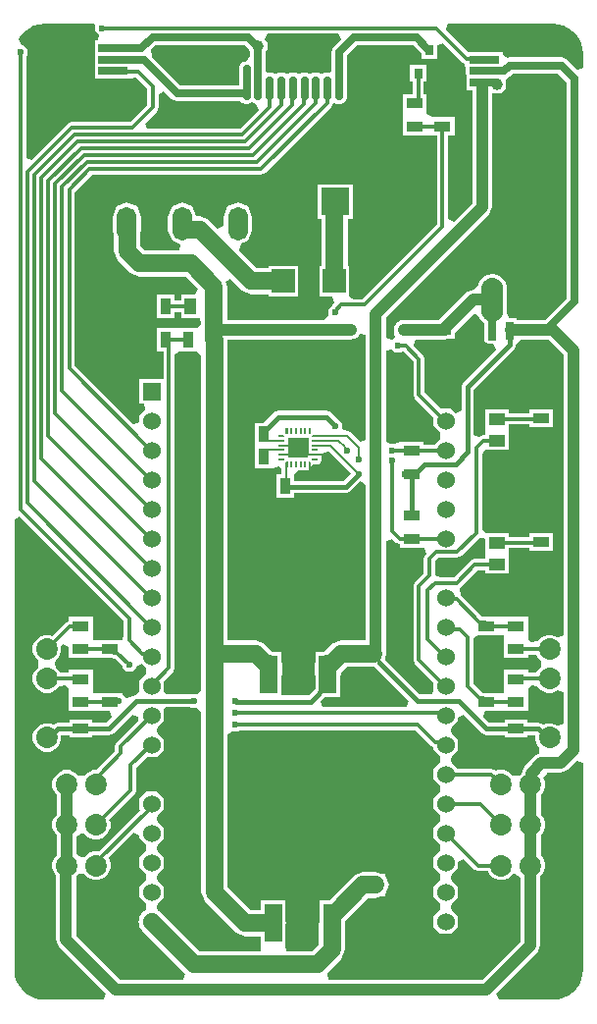
<source format=gtl>
G04*
G04 #@! TF.GenerationSoftware,Altium Limited,Altium Designer,24.9.1 (31)*
G04*
G04 Layer_Physical_Order=1*
G04 Layer_Color=255*
%FSLAX44Y44*%
%MOMM*%
G71*
G04*
G04 #@! TF.SameCoordinates,D009CFA8-F13D-4BBB-A5DC-F2666AB139C3*
G04*
G04*
G04 #@! TF.FilePolarity,Positive*
G04*
G01*
G75*
%ADD10C,0.4000*%
%ADD11C,0.2000*%
%ADD20R,2.0000X2.0000*%
%ADD21R,1.4500X0.9500*%
%ADD22R,0.9600X1.3900*%
%ADD23R,2.5000X0.7000*%
%ADD24R,4.3000X2.5000*%
G04:AMPARAMS|DCode=25|XSize=2.601mm|YSize=2.9997mm|CornerRadius=0.6372mm|HoleSize=0mm|Usage=FLASHONLY|Rotation=180.000|XOffset=0mm|YOffset=0mm|HoleType=Round|Shape=RoundedRectangle|*
%AMROUNDEDRECTD25*
21,1,2.6010,1.7253,0,0,180.0*
21,1,1.3265,2.9997,0,0,180.0*
1,1,1.2745,-0.6632,0.8626*
1,1,1.2745,0.6632,0.8626*
1,1,1.2745,0.6632,-0.8626*
1,1,1.2745,-0.6632,-0.8626*
%
%ADD25ROUNDEDRECTD25*%
G04:AMPARAMS|DCode=26|XSize=0.65mm|YSize=2.032mm|CornerRadius=0.1593mm|HoleSize=0mm|Usage=FLASHONLY|Rotation=180.000|XOffset=0mm|YOffset=0mm|HoleType=Round|Shape=RoundedRectangle|*
%AMROUNDEDRECTD26*
21,1,0.6500,1.7135,0,0,180.0*
21,1,0.3315,2.0320,0,0,180.0*
1,1,0.3185,-0.1658,0.8568*
1,1,0.3185,0.1658,0.8568*
1,1,0.3185,0.1658,-0.8568*
1,1,0.3185,-0.1658,-0.8568*
%
%ADD26ROUNDEDRECTD26*%
%ADD27R,1.5110X3.3000*%
%ADD28R,10.1220X10.0200*%
%ADD29O,1.1400X3.2261*%
%ADD30R,0.6720X1.5750*%
%ADD31R,1.3900X0.9600*%
%ADD32R,1.4000X1.0000*%
%ADD33R,1.0000X1.4000*%
%ADD34R,0.9500X1.4500*%
%ADD35O,0.3033X0.1200*%
%ADD36O,0.1200X0.3033*%
%ADD37O,0.1200X0.3034*%
%ADD38O,0.1200X0.3033*%
%ADD39O,0.3033X0.1200*%
%ADD40O,0.3033X0.1200*%
%ADD41O,0.3033X0.1200*%
%ADD42O,0.1200X0.3033*%
%ADD43R,0.8000X0.9000*%
%ADD79R,1.7000X1.7000*%
%ADD80R,0.5050X0.2000*%
%ADD81R,0.2000X0.5050*%
%ADD82C,1.5000*%
%ADD83C,1.0000*%
%ADD84C,0.3000*%
%ADD85C,0.6500*%
%ADD86C,0.7000*%
%ADD87C,0.5000*%
%ADD88R,1.5300X1.5300*%
%ADD89C,1.5300*%
%ADD90O,1.7000X2.9000*%
%ADD91R,2.4000X2.4000*%
%ADD92C,2.4000*%
%ADD93C,1.8600*%
%ADD94C,0.6000*%
%ADD95C,1.0000*%
G36*
X391816Y812346D02*
X392332Y812132D01*
X394500Y807735D01*
Y802765D01*
X395003Y802262D01*
Y788496D01*
X400162D01*
Y691291D01*
X384141Y675269D01*
X379141Y677341D01*
Y749703D01*
X384520D01*
Y765203D01*
X365390D01*
X360390Y768510D01*
Y769703D01*
X360390Y770203D01*
Y785203D01*
X358211D01*
Y795673D01*
X360340D01*
Y810673D01*
X346340D01*
Y795673D01*
X348470D01*
Y785203D01*
X339890D01*
Y770203D01*
X339890Y769703D01*
Y765203D01*
X339890Y764703D01*
Y749703D01*
X360390D01*
Y749703D01*
X364020D01*
Y749703D01*
X369399D01*
Y672950D01*
X304943Y608494D01*
X297685D01*
X293699Y610943D01*
X293699Y613494D01*
Y636943D01*
X292495D01*
Y677523D01*
X296560D01*
Y707523D01*
X266560D01*
Y677523D01*
X269765D01*
Y636943D01*
X267699D01*
Y610943D01*
X279091D01*
X281088Y606004D01*
X279075Y603273D01*
X275560Y599758D01*
Y594788D01*
X272585Y590692D01*
X188375D01*
Y619280D01*
X186739Y623231D01*
X190978Y626063D01*
X201134Y615906D01*
X209170Y612578D01*
X223701D01*
Y610943D01*
X249701D01*
Y636943D01*
X223701D01*
Y635308D01*
X213878D01*
X198780Y650406D01*
X200133Y656124D01*
X206282Y658671D01*
X209927Y667473D01*
Y679473D01*
X206282Y688275D01*
X197480Y691920D01*
X188678Y688275D01*
X185032Y679473D01*
Y671224D01*
X180033Y669153D01*
X172517Y676669D01*
X164480Y679998D01*
X161710D01*
X158282Y688275D01*
X149480Y691920D01*
X140679Y688275D01*
X137033Y679473D01*
Y667473D01*
X140679Y658671D01*
X148219Y655548D01*
X147224Y650548D01*
X117358D01*
X113228Y654677D01*
Y665784D01*
X113928Y667473D01*
Y679473D01*
X110282Y688275D01*
X101481Y691920D01*
X92679Y688275D01*
X89033Y679473D01*
Y667473D01*
X90498Y663936D01*
Y649970D01*
X93827Y641934D01*
X104614Y631147D01*
X112650Y627818D01*
X152400D01*
X162864Y617353D01*
X160793Y612353D01*
X148490D01*
Y607224D01*
X143100D01*
Y612603D01*
X127600D01*
Y592103D01*
X143100D01*
Y597482D01*
X148490D01*
Y592353D01*
X160645D01*
X164490Y592353D01*
X165645Y587831D01*
Y587078D01*
X162470Y583393D01*
X146970D01*
Y583393D01*
X143100D01*
Y583393D01*
X127600D01*
Y562893D01*
X133180D01*
Y539523D01*
X112350D01*
Y518223D01*
X116416D01*
X117689Y513223D01*
X112350Y507884D01*
Y502303D01*
X107350Y500231D01*
X56651Y550930D01*
Y700755D01*
X71488Y715592D01*
X217628D01*
X221072Y717019D01*
X278064Y774012D01*
X279491Y777456D01*
X283342Y776775D01*
X286658D01*
X290173Y778230D01*
X291628Y781745D01*
Y798880D01*
X291385Y799467D01*
Y818511D01*
X300499Y827625D01*
X348821D01*
X355840Y820606D01*
Y815673D01*
X369840D01*
Y827250D01*
X374840Y829322D01*
X391816Y812346D01*
D02*
G37*
G36*
X474455Y845267D02*
X478774Y844110D01*
X482827Y842220D01*
X486490Y839655D01*
X489652Y836493D01*
X492217Y832830D01*
X494107Y828777D01*
X495264Y824457D01*
X495671Y819814D01*
Y808350D01*
X490671Y806279D01*
X481975Y814975D01*
X477000Y817036D01*
X477000Y817036D01*
X432138D01*
X432138Y817036D01*
X431003Y816565D01*
X426389Y819267D01*
X426003Y819906D01*
Y821498D01*
X396440D01*
X377265Y840673D01*
X379336Y845673D01*
X469811D01*
X474455Y845267D01*
D02*
G37*
G36*
X286390Y832650D02*
X279837Y826096D01*
X277855Y821313D01*
Y804652D01*
X276658Y803851D01*
X273342D01*
X270000Y802467D01*
X266658Y803851D01*
X263342D01*
X260000Y802467D01*
X256658Y803851D01*
X253342D01*
X250000Y802467D01*
X246658Y803851D01*
X243342D01*
X240000Y802467D01*
X236658Y803851D01*
X233342D01*
X230000Y802467D01*
X226658Y803851D01*
X223342D01*
X221765Y804905D01*
Y822167D01*
X223000Y823402D01*
Y830030D01*
X220760Y832269D01*
X222832Y837269D01*
X284477D01*
X286390Y832650D01*
D02*
G37*
G36*
X207000Y824202D02*
Y823402D01*
X208235Y822167D01*
Y818020D01*
X205000Y813948D01*
X203153Y813183D01*
X202515D01*
X202063Y812732D01*
X200216Y811967D01*
X199452Y810120D01*
X199000Y809668D01*
Y809030D01*
X198235Y807183D01*
Y792765D01*
X147712D01*
X123265Y817212D01*
X122783Y823802D01*
X126606Y827625D01*
X203577D01*
X207000Y824202D01*
D02*
G37*
G36*
X140126Y781216D02*
X144910Y779235D01*
X199411D01*
X199827Y778230D01*
X203342Y776775D01*
X206658D01*
X210000Y778159D01*
X213342Y776775D01*
X213423D01*
X215494Y771775D01*
X199053Y755334D01*
X119032D01*
X117119Y759953D01*
X127396Y770230D01*
X128823Y773675D01*
Y785449D01*
X133823Y787520D01*
X140126Y781216D01*
D02*
G37*
G36*
X74140Y844625D02*
Y839655D01*
X77290Y836504D01*
X76775Y831504D01*
X73997D01*
Y818504D01*
Y808504D01*
Y798502D01*
X104997D01*
Y798502D01*
X109997Y799292D01*
X119081Y790209D01*
Y775692D01*
X104723Y761334D01*
X54210D01*
X50766Y759907D01*
X19270Y728412D01*
X14651Y730325D01*
Y817696D01*
X16160Y819205D01*
Y824175D01*
X12645Y827690D01*
X10904D01*
X7718Y832690D01*
X7783Y832830D01*
X10348Y836493D01*
X13510Y839655D01*
X17173Y842220D01*
X21226Y844110D01*
X25545Y845267D01*
X30189Y845673D01*
X73706D01*
X74140Y844625D01*
D02*
G37*
G36*
X481535Y795516D02*
Y609077D01*
X462942Y590485D01*
X459879D01*
X459620Y590592D01*
X438570D01*
Y591638D01*
X433524D01*
X432609Y592094D01*
X431783Y592714D01*
X431735Y592776D01*
X429876Y595895D01*
X429826Y596056D01*
X429799Y596638D01*
X429818Y596754D01*
X429800Y596833D01*
X429840Y596904D01*
X429892Y597346D01*
X429869Y597425D01*
X429906Y597498D01*
X429937Y597942D01*
X429911Y598019D01*
X429944Y598092D01*
X429955Y598537D01*
X429940Y598577D01*
X429956Y598615D01*
Y617157D01*
X429940Y617196D01*
X429955Y617235D01*
X429944Y617680D01*
X429911Y617754D01*
X429937Y617830D01*
X429906Y618275D01*
X429869Y618348D01*
X429892Y618426D01*
X429840Y618869D01*
X429800Y618940D01*
X429818Y619019D01*
X429746Y619458D01*
X429702Y619529D01*
X429717Y619610D01*
X429623Y620046D01*
X429577Y620112D01*
X429588Y620192D01*
X429475Y620623D01*
X429425Y620688D01*
X429433Y620769D01*
X429299Y621194D01*
X429246Y621256D01*
X429250Y621338D01*
X429096Y621756D01*
X429041Y621817D01*
X429040Y621899D01*
X428867Y622309D01*
X428810Y622366D01*
X428806Y622446D01*
X428614Y622848D01*
X428553Y622904D01*
X428545Y622986D01*
X428334Y623378D01*
X428271Y623430D01*
X428259Y623511D01*
X428030Y623893D01*
X427965Y623941D01*
X427949Y624021D01*
X427703Y624392D01*
X427635Y624438D01*
X427616Y624516D01*
X427352Y624876D01*
X427282Y624918D01*
X427259Y624997D01*
X426979Y625343D01*
X426907Y625382D01*
X426880Y625460D01*
X426584Y625793D01*
X426511Y625828D01*
X426481Y625904D01*
X426170Y626222D01*
X426095Y626254D01*
X426061Y626328D01*
X425735Y626632D01*
X425659Y626661D01*
X425621Y626733D01*
X425282Y627021D01*
X425204Y627046D01*
X425163Y627117D01*
X424810Y627389D01*
X424731Y627410D01*
X424687Y627479D01*
X424322Y627734D01*
X424242Y627752D01*
X424195Y627818D01*
X423818Y628056D01*
X423738Y628070D01*
X423688Y628134D01*
X423300Y628354D01*
X423220Y628364D01*
X423167Y628425D01*
X422770Y628626D01*
X422688Y628633D01*
X422631Y628693D01*
X422225Y628875D01*
X422144Y628877D01*
X422086Y628933D01*
X421672Y629097D01*
X421589Y629095D01*
X421527Y629150D01*
X421106Y629294D01*
X421025Y629288D01*
X420961Y629339D01*
X420533Y629463D01*
X420451Y629454D01*
X420385Y629502D01*
X419952Y629605D01*
X419872Y629592D01*
X419804Y629637D01*
X419366Y629720D01*
X419286Y629703D01*
X419216Y629745D01*
X418775Y629807D01*
X418695Y629787D01*
X418623Y629825D01*
X418180Y629867D01*
X418102Y629843D01*
X418028Y629877D01*
X417583Y629898D01*
X417506Y629871D01*
X417431Y629902D01*
X416986D01*
X416910Y629871D01*
X416834Y629898D01*
X416389Y629877D01*
X416315Y629843D01*
X416237Y629867D01*
X415794Y629825D01*
X415721Y629787D01*
X415642Y629807D01*
X415201Y629745D01*
X415131Y629703D01*
X415051Y629720D01*
X414613Y629637D01*
X414545Y629592D01*
X414465Y629605D01*
X414032Y629502D01*
X413965Y629454D01*
X413884Y629463D01*
X413456Y629339D01*
X413392Y629288D01*
X413311Y629294D01*
X412890Y629150D01*
X412828Y629095D01*
X412745Y629097D01*
X412331Y628933D01*
X412273Y628877D01*
X412192Y628875D01*
X411786Y628693D01*
X411729Y628633D01*
X411647Y628626D01*
X411250Y628425D01*
X411197Y628364D01*
X411117Y628354D01*
X410729Y628134D01*
X410679Y628070D01*
X410599Y628056D01*
X410222Y627818D01*
X410175Y627752D01*
X410095Y627734D01*
X409730Y627479D01*
X409686Y627410D01*
X409607Y627389D01*
X409254Y627117D01*
X409213Y627046D01*
X409135Y627021D01*
X408796Y626733D01*
X408758Y626661D01*
X408682Y626632D01*
X408356Y626328D01*
X408322Y626254D01*
X408247Y626222D01*
X407936Y625904D01*
X407906Y625828D01*
X407833Y625793D01*
X407537Y625460D01*
X407510Y625382D01*
X407438Y625343D01*
X407158Y624997D01*
X407135Y624918D01*
X407065Y624876D01*
X406801Y624516D01*
X406782Y624438D01*
X406714Y624392D01*
X406468Y624021D01*
X406452Y623941D01*
X406387Y623893D01*
X406158Y623511D01*
X406146Y623430D01*
X406083Y623378D01*
X405872Y622986D01*
X405864Y622904D01*
X405803Y622848D01*
X405611Y622446D01*
X405607Y622366D01*
X405550Y622309D01*
X405377Y621899D01*
X405376Y621817D01*
X405321Y621756D01*
X405167Y621338D01*
X405171Y621256D01*
X405118Y621194D01*
X404984Y620769D01*
X404469Y619789D01*
X403000Y618147D01*
X402616Y617815D01*
X400579Y616547D01*
X394456Y614011D01*
X394456Y614010D01*
X371034Y590588D01*
X340638D01*
X339047Y589929D01*
X337324D01*
X336106Y588711D01*
X334515Y588051D01*
X333856Y586460D01*
X332638Y585242D01*
Y583520D01*
X331979Y581929D01*
X332638Y580337D01*
Y578615D01*
X332901Y575693D01*
X330379Y573409D01*
X325379Y575311D01*
Y592016D01*
X414944Y681581D01*
X417480Y687704D01*
Y785613D01*
X417686Y785699D01*
X424314D01*
X429000Y790385D01*
Y797012D01*
X429399Y799017D01*
X432311Y800224D01*
X435052Y802964D01*
X474086D01*
X481535Y795516D01*
D02*
G37*
G36*
X417876Y626634D02*
X418320Y626592D01*
X418761Y626530D01*
X419198Y626446D01*
X419631Y626343D01*
X420059Y626219D01*
X420481Y626076D01*
X420895Y625913D01*
X421302Y625730D01*
X421699Y625529D01*
X422086Y625309D01*
X422463Y625072D01*
X422828Y624817D01*
X423181Y624545D01*
X423521Y624257D01*
X423847Y623953D01*
X424158Y623634D01*
X424454Y623302D01*
X424734Y622955D01*
X424997Y622596D01*
X425244Y622225D01*
X425473Y621843D01*
X425683Y621450D01*
X425875Y621048D01*
X426048Y620638D01*
X426201Y620220D01*
X426335Y619795D01*
X426449Y619364D01*
X426542Y618929D01*
X426615Y618489D01*
X426667Y618047D01*
X426698Y617603D01*
X426709Y617157D01*
Y598615D01*
X426698Y598170D01*
X426667Y597726D01*
X426615Y597283D01*
X426542Y596844D01*
X426449Y596408D01*
X426335Y595978D01*
X426201Y595553D01*
X426048Y595135D01*
X425875Y594724D01*
X425683Y594322D01*
X425473Y593930D01*
X425244Y593548D01*
X424997Y593176D01*
X424734Y592817D01*
X424454Y592471D01*
X424158Y592138D01*
X423847Y591819D01*
X423521Y591516D01*
X423181Y591228D01*
X422828Y590956D01*
X422463Y590701D01*
X422086Y590463D01*
X421699Y590244D01*
X421302Y590042D01*
X420509Y589860D01*
Y572887D01*
X413909D01*
Y589860D01*
X413115Y590042D01*
X412718Y590244D01*
X412330Y590463D01*
X411954Y590701D01*
X411589Y590956D01*
X411236Y591228D01*
X410896Y591516D01*
X410570Y591819D01*
X410259Y592138D01*
X409963Y592471D01*
X409683Y592817D01*
X409420Y593176D01*
X409173Y593548D01*
X408944Y593930D01*
X408734Y594322D01*
X408542Y594724D01*
X408369Y595135D01*
X408216Y595553D01*
X408082Y595978D01*
X407968Y596408D01*
X407875Y596844D01*
X407802Y597283D01*
X407750Y597726D01*
X407719Y598170D01*
X407708Y598615D01*
Y617157D01*
X407719Y617603D01*
X407750Y618047D01*
X407802Y618489D01*
X407875Y618929D01*
X407968Y619364D01*
X408082Y619795D01*
X408216Y620220D01*
X408369Y620638D01*
X408542Y621048D01*
X408734Y621450D01*
X408944Y621843D01*
X409173Y622225D01*
X409420Y622596D01*
X409683Y622955D01*
X409963Y623302D01*
X410259Y623634D01*
X410570Y623953D01*
X410896Y624257D01*
X411236Y624545D01*
X411589Y624817D01*
X411954Y625072D01*
X412330Y625309D01*
X412718Y625529D01*
X413115Y625730D01*
X413522Y625913D01*
X413936Y626076D01*
X414358Y626219D01*
X414786Y626343D01*
X415219Y626446D01*
X415656Y626530D01*
X416097Y626592D01*
X416541Y626634D01*
X416986Y626655D01*
X417431D01*
X417876Y626634D01*
D02*
G37*
G36*
X401979Y595098D02*
X402454Y595011D01*
X404981Y594134D01*
X405377Y593874D01*
X405550Y593463D01*
X405607Y593407D01*
X405611Y593326D01*
X405803Y592924D01*
X405864Y592869D01*
X405872Y592787D01*
X406083Y592394D01*
X406146Y592343D01*
X406158Y592262D01*
X406387Y591880D01*
X406452Y591831D01*
X406468Y591751D01*
X406714Y591380D01*
X406782Y591335D01*
X406801Y591256D01*
X407065Y590897D01*
X407135Y590854D01*
X407158Y590776D01*
X407438Y590429D01*
X407510Y590390D01*
X407537Y590313D01*
X407833Y589980D01*
X407906Y589944D01*
X407936Y589869D01*
X408247Y589550D01*
X408322Y589518D01*
X408356Y589444D01*
X408682Y589141D01*
X408758Y589112D01*
X408796Y589039D01*
X409135Y588751D01*
X409213Y588726D01*
X409254Y588655D01*
X409607Y588383D01*
X409686Y588362D01*
X409730Y588293D01*
X410095Y588038D01*
X410175Y588021D01*
X410222Y587954D01*
X410599Y587717D01*
X410662Y587706D01*
Y572887D01*
X411613Y570591D01*
X413909Y569639D01*
X418272D01*
X420343Y564639D01*
X392033Y536330D01*
X390448Y532503D01*
X390448Y532503D01*
Y512157D01*
X385448Y510086D01*
X381411Y514123D01*
X372859D01*
X358821Y528160D01*
Y556633D01*
X357394Y560077D01*
X349202Y568270D01*
X351273Y573269D01*
X374620D01*
X375103Y573469D01*
X376570D01*
X378162Y574129D01*
X384570D01*
Y579633D01*
X399854Y594916D01*
X401122Y595124D01*
X401979Y595098D01*
D02*
G37*
G36*
X459728Y573166D02*
X466141D01*
X479021Y560286D01*
Y318638D01*
X474021Y316567D01*
X473588Y317000D01*
X469067Y318873D01*
X464174D01*
X459653Y317000D01*
X456193Y313540D01*
X456178Y313503D01*
X450705Y312401D01*
X448020Y314353D01*
Y318853D01*
X448020Y319353D01*
Y334353D01*
X427520D01*
Y334353D01*
X422620D01*
Y334353D01*
X412395D01*
X411500Y334724D01*
X408388D01*
X389921Y353191D01*
X389058Y358722D01*
X389678Y360149D01*
X404152Y374622D01*
X411260D01*
Y371493D01*
X431260D01*
Y385493D01*
X431260Y388993D01*
X431260Y393622D01*
X449110D01*
Y391243D01*
X469610D01*
Y406743D01*
X449110D01*
Y403364D01*
X431260D01*
Y406493D01*
X413235D01*
X411170Y406611D01*
X408351Y410288D01*
Y474378D01*
X411260Y478173D01*
X431260D01*
Y492173D01*
X431260Y495673D01*
X431260Y500302D01*
X449110D01*
Y497763D01*
X469610D01*
Y513263D01*
X449110D01*
Y510044D01*
X431260D01*
Y513173D01*
X411260D01*
Y499173D01*
X411260Y495673D01*
X411260Y491044D01*
X409220D01*
X406272Y489823D01*
X401272Y491646D01*
Y530261D01*
X436037Y565026D01*
X436359Y565804D01*
X438570Y569888D01*
X438570D01*
X442168Y573274D01*
X459468D01*
X459728Y573166D01*
D02*
G37*
G36*
X240620Y492123D02*
X239620Y492118D01*
X238620Y493118D01*
Y497173D01*
X240620D01*
Y492123D01*
D02*
G37*
G36*
X260619Y493119D02*
X259619Y492118D01*
X258619Y492124D01*
Y497174D01*
X260619D01*
Y493119D01*
D02*
G37*
G36*
X237875Y490374D02*
X237870Y489374D01*
X232820D01*
Y491374D01*
X236875D01*
X237875Y490374D01*
D02*
G37*
G36*
X266420Y489374D02*
X261370D01*
X261365Y490374D01*
X262365Y491373D01*
X266420D01*
Y489374D01*
D02*
G37*
G36*
X308061Y577587D02*
Y487446D01*
X303061Y485375D01*
X295002Y493434D01*
X292114Y494631D01*
X287940Y496625D01*
Y501595D01*
X284425Y505110D01*
X283594D01*
X278147Y510557D01*
X274320Y512142D01*
X274320Y512142D01*
X232327D01*
X228501Y510557D01*
X228501Y510557D01*
X219757Y501813D01*
X211810D01*
Y481913D01*
Y462863D01*
X227410D01*
Y462863D01*
X232199Y464170D01*
X235291Y462534D01*
Y457363D01*
X230860D01*
Y437463D01*
X246460D01*
Y440971D01*
X290690D01*
X290690Y440971D01*
X294517Y442556D01*
X303061Y451100D01*
X305196Y450815D01*
X308061Y448197D01*
Y313998D01*
X286640D01*
X278604Y310669D01*
X272299Y304365D01*
X264655D01*
Y295766D01*
X263845Y293810D01*
Y284865D01*
X264655Y282909D01*
Y273018D01*
X258414Y266777D01*
X234965D01*
Y282909D01*
X235775Y284865D01*
Y293810D01*
X234965Y295766D01*
Y304365D01*
X227321D01*
X221017Y310669D01*
X212980Y313998D01*
X188575D01*
Y573093D01*
X188763Y573374D01*
X295530D01*
X297122Y574033D01*
X298844D01*
X300062Y575251D01*
X301653Y575910D01*
X302312Y577501D01*
X303061Y578250D01*
X308061Y577587D01*
D02*
G37*
G36*
X333013Y562446D02*
X337984D01*
X339113Y563576D01*
X340119D01*
X349080Y554615D01*
Y526143D01*
X350506Y522699D01*
X366350Y506855D01*
Y499062D01*
X371952Y493459D01*
X372313Y490773D01*
X371952Y488087D01*
X366809Y482944D01*
X357850D01*
Y485483D01*
X337350D01*
Y485483D01*
X333576Y483893D01*
X328605D01*
X325379Y485229D01*
Y563834D01*
X330379Y565080D01*
X333013Y562446D01*
D02*
G37*
G36*
X258266Y489017D02*
X258370Y488769D01*
Y482372D01*
Y474374D01*
X254510Y471623D01*
X244731D01*
X240870Y474374D01*
Y482372D01*
Y488771D01*
X240974Y489018D01*
X241223Y489123D01*
X258016D01*
X258266Y489017D01*
D02*
G37*
G36*
X237876Y470374D02*
X236876Y469374D01*
X232821D01*
Y471373D01*
X237871D01*
X237876Y470374D01*
D02*
G37*
G36*
X266420Y469373D02*
X262365D01*
X261365Y470373D01*
X261370Y471373D01*
X266420D01*
Y469373D01*
D02*
G37*
G36*
X240620Y468624D02*
Y463574D01*
X238620D01*
Y467629D01*
X239620Y468629D01*
X240620Y468624D01*
D02*
G37*
G36*
X260620Y467628D02*
Y463573D01*
X258620D01*
Y468623D01*
X259620Y468628D01*
X260620Y467628D01*
D02*
G37*
G36*
X294992Y458338D02*
X288449Y451795D01*
X246460D01*
Y457363D01*
X250131Y460573D01*
X259620D01*
Y461851D01*
X262365Y466126D01*
X266420D01*
X268716Y467077D01*
X269667Y469373D01*
X269667Y471373D01*
X269482Y473619D01*
X271246Y476022D01*
X276845Y476485D01*
X294992Y458338D01*
D02*
G37*
G36*
X409398Y402075D02*
X411260Y401132D01*
Y392493D01*
X411260Y388993D01*
X411260Y384364D01*
X402134D01*
X398690Y382937D01*
X384217Y368464D01*
X372330D01*
X367855Y369897D01*
X367711Y373083D01*
Y382678D01*
X370425Y385392D01*
X386970D01*
X390414Y386819D01*
X406260Y402665D01*
X409398Y402075D01*
D02*
G37*
G36*
X98890Y331095D02*
Y318777D01*
X97500Y314353D01*
X93890Y314353D01*
X77100D01*
X72100Y314594D01*
Y318853D01*
X72100Y319353D01*
Y334353D01*
X51600D01*
Y330574D01*
X48414Y329254D01*
X37164Y318004D01*
X35067Y318873D01*
X30174D01*
X25653Y317000D01*
X22193Y313540D01*
X20320Y309020D01*
Y304126D01*
X22193Y299606D01*
X25040Y296758D01*
X25383Y293873D01*
X25040Y290987D01*
X22193Y288140D01*
X20320Y283619D01*
Y278726D01*
X22193Y274205D01*
X25653Y270746D01*
X30174Y268873D01*
X35067D01*
X39588Y270746D01*
X43048Y274205D01*
X43282Y274772D01*
X48535Y275627D01*
X51600Y273133D01*
Y268633D01*
X51600Y268133D01*
Y253133D01*
X72100D01*
Y253133D01*
X77000D01*
Y253133D01*
X87064D01*
X88977Y248514D01*
X83776Y243312D01*
X71800D01*
Y245700D01*
X51900D01*
Y243312D01*
X42263D01*
X42263Y243312D01*
X38437Y241727D01*
X35067Y242673D01*
X30174D01*
X25653Y240800D01*
X22193Y237340D01*
X20320Y232819D01*
Y227926D01*
X22193Y223405D01*
X25653Y219946D01*
X30174Y218073D01*
X35067D01*
X39588Y219946D01*
X43048Y223405D01*
X44920Y227926D01*
Y232488D01*
X51900D01*
Y230100D01*
X71800D01*
Y232488D01*
X86017D01*
X86017Y232488D01*
X89844Y234073D01*
X106187Y250415D01*
X111088Y248532D01*
X111527Y244888D01*
X92696Y226057D01*
X91270Y222613D01*
Y218808D01*
X74762Y202300D01*
X72553D01*
X68033Y200427D01*
X65185Y197580D01*
X62300Y197237D01*
X59415Y197580D01*
X56567Y200427D01*
X52047Y202300D01*
X47153D01*
X42633Y200427D01*
X39173Y196967D01*
X37300Y192447D01*
Y187553D01*
X39173Y183033D01*
X40941Y181264D01*
Y163736D01*
X39173Y161967D01*
X37300Y157447D01*
Y152553D01*
X39173Y148033D01*
X40941Y146264D01*
Y128736D01*
X39173Y126967D01*
X37300Y122447D01*
Y117553D01*
X39173Y113033D01*
X40491Y111714D01*
Y56253D01*
X43027Y50130D01*
X83825Y9332D01*
X81754Y4332D01*
X30189D01*
X25545Y4739D01*
X21226Y5896D01*
X17173Y7786D01*
X13510Y10351D01*
X10348Y13513D01*
X7783Y17176D01*
X5893Y21229D01*
X4736Y25548D01*
X4330Y30192D01*
X4330Y418584D01*
X9330Y420655D01*
X98890Y331095D01*
D02*
G37*
G36*
X427520Y318612D02*
Y314353D01*
X427520Y313853D01*
Y298853D01*
X448020D01*
Y301702D01*
X455324D01*
X456193Y299606D01*
X459040Y296758D01*
X459383Y293873D01*
X459040Y290987D01*
X456193Y288140D01*
X455324Y286044D01*
X448020D01*
Y288633D01*
X427520D01*
Y273633D01*
X427520Y273133D01*
Y268874D01*
X422520Y268633D01*
X410015D01*
X409120Y269004D01*
X408438D01*
X400731Y276710D01*
Y314428D01*
X401542Y317010D01*
X405211Y318853D01*
X422520D01*
X427520Y318612D01*
D02*
G37*
G36*
X333816Y398429D02*
X337260Y397002D01*
X337350D01*
Y394103D01*
X357850D01*
Y394103D01*
X358242Y394057D01*
X360066Y388810D01*
X359396Y388140D01*
X357970Y384696D01*
Y371960D01*
X350506Y364497D01*
X349080Y361053D01*
Y297543D01*
X350506Y294099D01*
X366350Y278255D01*
Y270462D01*
X365154Y267575D01*
X354752D01*
X324520Y297807D01*
Y299096D01*
X325985Y302633D01*
X325379Y304096D01*
Y399794D01*
X330379Y401866D01*
X333816Y398429D01*
D02*
G37*
G36*
X162470Y562893D02*
X165845Y559291D01*
Y302633D01*
Y271344D01*
X162125Y267993D01*
X157155D01*
X156567Y267405D01*
X134916D01*
X133650Y270462D01*
Y279014D01*
X141494Y286859D01*
X142921Y290303D01*
Y560598D01*
X146970Y562893D01*
X162470D01*
D02*
G37*
G36*
X51600Y308529D02*
Y298853D01*
X72100D01*
Y298853D01*
X77000D01*
Y298853D01*
X89605D01*
X90500Y298482D01*
X91155D01*
X97592Y292045D01*
Y290448D01*
X101107Y286933D01*
X106077D01*
X109592Y290448D01*
Y291548D01*
X114592Y293619D01*
X117952Y290259D01*
X118313Y287573D01*
X117952Y284886D01*
X112350Y279284D01*
Y270462D01*
X108855Y266885D01*
X106284Y265820D01*
X101664Y264149D01*
X100870Y264478D01*
X97500Y267848D01*
Y268633D01*
X77100D01*
X72100Y268874D01*
Y273133D01*
X72100Y273633D01*
Y288633D01*
X51600D01*
Y286044D01*
X43916D01*
X43048Y288140D01*
X40201Y290987D01*
X39858Y293873D01*
X40201Y296758D01*
X43048Y299606D01*
X44920Y304126D01*
Y309020D01*
X46600Y310647D01*
X51600Y308529D01*
D02*
G37*
G36*
X315693Y291326D02*
X345316Y261704D01*
X343245Y256704D01*
X270719D01*
X268648Y261704D01*
X272309Y265365D01*
X285765D01*
Y282909D01*
X286575Y284865D01*
Y286495D01*
X291348Y291268D01*
X314620D01*
X315557Y291656D01*
X315693Y291326D01*
D02*
G37*
G36*
X456123Y274374D02*
X456193Y274205D01*
X459653Y270746D01*
X464174Y268873D01*
X469067D01*
X473588Y270746D01*
X474021Y271179D01*
X479021Y269108D01*
Y242438D01*
X474021Y240367D01*
X473588Y240800D01*
X469067Y242673D01*
X464174D01*
X461122Y241409D01*
X460804Y241727D01*
X456977Y243312D01*
X456977Y243312D01*
X447720D01*
Y245700D01*
X427820D01*
Y243312D01*
X414575D01*
X409373Y248514D01*
X411287Y253133D01*
X422620D01*
Y253133D01*
X427520D01*
Y253133D01*
X448020D01*
Y268133D01*
X448020Y268633D01*
Y273133D01*
X450705Y275318D01*
X456123Y274374D01*
D02*
G37*
G36*
X408506Y234073D02*
X408506Y234073D01*
X412333Y232488D01*
X412333Y232488D01*
X427820D01*
Y230100D01*
X447720D01*
Y232488D01*
X454320D01*
Y227926D01*
X456193Y223405D01*
X458040Y221558D01*
X457312Y216090D01*
X457185Y215881D01*
X453617Y214403D01*
X444727Y205513D01*
X442191Y199390D01*
Y199186D01*
X440586Y197580D01*
X437700Y197237D01*
X434814Y197580D01*
X431967Y200427D01*
X427447Y202300D01*
X422553D01*
X420679Y201524D01*
X420086Y202117D01*
X416642Y203544D01*
X387191D01*
X382048Y208687D01*
X381687Y211373D01*
X382048Y214059D01*
X387650Y219662D01*
Y228484D01*
X382048Y234086D01*
X381687Y236773D01*
X382048Y239459D01*
X387650Y245061D01*
Y247858D01*
X392650Y249930D01*
X408506Y234073D01*
D02*
G37*
G36*
X112350Y146027D02*
Y143462D01*
X117952Y137859D01*
X118313Y135173D01*
X117952Y132486D01*
X112350Y126884D01*
Y118062D01*
X117952Y112459D01*
X118313Y109773D01*
X117952Y107086D01*
X112350Y101484D01*
Y92662D01*
X117952Y87059D01*
X118313Y84373D01*
X117952Y81686D01*
X116690Y80424D01*
X114964Y79709D01*
X114249Y77983D01*
X112350Y76084D01*
Y73399D01*
X111635Y71673D01*
X112350Y69946D01*
Y67262D01*
X114249Y65363D01*
X114964Y63637D01*
X151868Y26732D01*
X151851Y26145D01*
X150724Y21732D01*
X95917D01*
X57809Y59840D01*
Y110815D01*
X59415Y112420D01*
X62300Y112763D01*
X65185Y112420D01*
X68033Y109573D01*
X72553Y107700D01*
X77447D01*
X81967Y109573D01*
X85427Y113033D01*
X87300Y117553D01*
Y122447D01*
X85659Y126407D01*
X107350Y148098D01*
X112350Y146027D01*
D02*
G37*
G36*
X157155Y255993D02*
X162125D01*
X165845Y252642D01*
Y97103D01*
X167360Y93445D01*
Y93293D01*
X167423D01*
X169174Y89066D01*
X196042Y62199D01*
X204078Y58870D01*
X217665D01*
Y51028D01*
X217665Y50735D01*
X216958Y46028D01*
X164718D01*
X131036Y79709D01*
X129310Y80424D01*
X128048Y81686D01*
X127687Y84373D01*
X128048Y87059D01*
X133650Y92662D01*
Y101484D01*
X128048Y107086D01*
X127687Y109773D01*
X128048Y112459D01*
X133650Y118062D01*
Y126884D01*
X128048Y132486D01*
X127687Y135173D01*
X128048Y137859D01*
X133650Y143462D01*
Y152284D01*
X128048Y157886D01*
X127687Y160573D01*
X128048Y163259D01*
X133650Y168862D01*
Y177684D01*
X127411Y183923D01*
X118589D01*
X112350Y177684D01*
Y168862D01*
X113343Y167868D01*
X77679Y132204D01*
X77447Y132300D01*
X72553D01*
X68033Y130427D01*
X65185Y127580D01*
X62656Y127280D01*
X58259Y129930D01*
Y145070D01*
X62656Y147720D01*
X65185Y147420D01*
X68033Y144573D01*
X72553Y142700D01*
X77447D01*
X81967Y144573D01*
X85427Y148033D01*
X87300Y152553D01*
Y157447D01*
X86432Y159543D01*
X108474Y181586D01*
X109901Y185030D01*
Y204465D01*
X118859Y213423D01*
X127411D01*
X133650Y219662D01*
Y228484D01*
X128048Y234086D01*
X127687Y236773D01*
X128048Y239459D01*
X133650Y245061D01*
Y253884D01*
X134767Y256581D01*
X156567D01*
X157155Y255993D01*
D02*
G37*
G36*
X364483Y222982D02*
X366350Y222209D01*
Y219662D01*
X371952Y214059D01*
X372313Y211373D01*
X371952Y208687D01*
X366350Y203084D01*
Y194261D01*
X371952Y188659D01*
X372313Y185973D01*
X371952Y183286D01*
X366350Y177684D01*
Y168862D01*
X371952Y163259D01*
X372313Y160573D01*
X371952Y157886D01*
X366350Y152284D01*
Y143462D01*
X371952Y137859D01*
X372313Y135173D01*
X371952Y132486D01*
X366350Y126884D01*
Y118062D01*
X371952Y112459D01*
X372313Y109773D01*
X371952Y107086D01*
X366350Y101484D01*
Y92662D01*
X371952Y87059D01*
X372313Y84373D01*
X371952Y81686D01*
X366350Y76084D01*
Y67262D01*
X372589Y61023D01*
X381411D01*
X387650Y67262D01*
Y76084D01*
X382048Y81686D01*
X381687Y84373D01*
X382048Y87059D01*
X387650Y92662D01*
Y101484D01*
X382048Y107086D01*
X381687Y109773D01*
X382048Y112459D01*
X387650Y118062D01*
Y123264D01*
X392650Y125335D01*
X401429Y116556D01*
X404873Y115129D01*
X413704D01*
X414573Y113033D01*
X418033Y109573D01*
X422553Y107700D01*
X427447D01*
X431967Y109573D01*
X434814Y112420D01*
X436779Y112653D01*
X441361Y109519D01*
Y54310D01*
X408783Y21732D01*
X275606D01*
X274480Y26145D01*
X274462Y26732D01*
X287002Y39272D01*
X290330Y47308D01*
Y70102D01*
X290385Y70235D01*
Y71865D01*
X310398Y91878D01*
X316720D01*
X320137Y93293D01*
X324520D01*
Y95109D01*
X324757Y95206D01*
X328085Y103243D01*
X324757Y111279D01*
X324520Y111377D01*
Y113193D01*
X320137D01*
X316720Y114608D01*
X305690D01*
X297654Y111279D01*
X276110Y89735D01*
X268465D01*
Y81136D01*
X267655Y79180D01*
Y70312D01*
X267600Y70180D01*
Y52016D01*
X261613Y46028D01*
X239483D01*
X238775Y50735D01*
X238775Y51028D01*
Y68279D01*
X239585Y70235D01*
X238775Y72191D01*
Y89735D01*
X217665D01*
Y81600D01*
X208786D01*
X188575Y101810D01*
Y232741D01*
X192715Y235673D01*
X197686D01*
X198815Y236802D01*
X350663D01*
X364483Y222982D01*
D02*
G37*
G36*
X495671Y208384D02*
X495671Y30192D01*
X495264Y25548D01*
X494107Y21229D01*
X492217Y17176D01*
X489652Y13513D01*
X486490Y10351D01*
X482827Y7786D01*
X478774Y5896D01*
X474455Y4739D01*
X469811Y4332D01*
X422947D01*
X420876Y9332D01*
X456143Y44600D01*
X458679Y50723D01*
X458679Y50723D01*
Y110885D01*
X460827Y113033D01*
X462700Y117553D01*
Y122447D01*
X460827Y126967D01*
X459059Y128736D01*
Y146264D01*
X460827Y148033D01*
X462700Y152553D01*
Y157447D01*
X460827Y161967D01*
X459059Y163736D01*
Y181264D01*
X460827Y183033D01*
X462700Y187553D01*
Y192447D01*
X461483Y195385D01*
X464684Y199590D01*
X464728Y199621D01*
X476250D01*
X482373Y202157D01*
X490671Y210455D01*
X495671Y208384D01*
D02*
G37*
D10*
X219610Y494013D02*
X232327Y506730D01*
X274320D01*
X219610Y491863D02*
Y494013D01*
X274320Y506730D02*
X281940Y499110D01*
X239930Y446143D02*
X240170Y446383D01*
X412333Y237900D02*
X456977D01*
X388070Y262163D02*
X412333Y237900D01*
X456977D02*
X464504Y230373D01*
X466620D01*
X34736D02*
X42263Y237900D01*
X32620Y230373D02*
X34736D01*
X86017Y237900D02*
X110110Y261993D01*
X42263Y237900D02*
X86017D01*
X432210Y568853D02*
Y580763D01*
X385327Y466090D02*
X395860Y476623D01*
X358457Y466090D02*
X385327D01*
X350100Y457733D02*
X358457Y466090D01*
X347600Y457733D02*
X350100D01*
X240170Y446383D02*
X290690D01*
X301880Y457573D01*
X395860Y532503D02*
X432210Y568853D01*
X347600Y421853D02*
Y457733D01*
X395860Y476623D02*
Y532503D01*
X275210Y275920D02*
Y284865D01*
X260655Y261365D02*
X275210Y275920D01*
X319520Y295153D02*
X352510Y262163D01*
X195200Y261993D02*
X195828Y261365D01*
X352510Y262163D02*
X388070D01*
X195828Y261365D02*
X260655D01*
X110110Y261993D02*
X159640D01*
D11*
X239620Y446453D02*
Y466098D01*
X263895Y482372D02*
X277081D01*
X254890Y475103D02*
Y475353D01*
Y475103D02*
X257120Y472873D01*
X273656Y470273D02*
X273940D01*
X269555Y474373D02*
X273656Y470273D01*
X255870Y474373D02*
X263895D01*
X269555D01*
X277081Y482372D02*
X301880Y457573D01*
X263895Y490373D02*
X291940D01*
X301880Y470213D02*
X302283Y469810D01*
X301880Y470213D02*
Y480433D01*
X259620Y455383D02*
Y466098D01*
X291940Y490373D02*
X301880Y480433D01*
X243751Y474373D02*
X244730Y475353D01*
X235345Y474373D02*
X243751D01*
X254890Y475353D02*
X255870Y474373D01*
X242120Y482372D02*
X244730Y484982D01*
Y485513D01*
X235345Y482372D02*
X242120D01*
X239620Y446453D02*
X239930Y446143D01*
X284511Y486372D02*
X290113Y480770D01*
X291720Y477893D02*
Y478975D01*
X290113Y480583D02*
X291720Y478975D01*
X290113Y480583D02*
Y480770D01*
X263895Y486372D02*
X284511D01*
X220950Y445503D02*
X222860Y447413D01*
X223410Y486372D02*
X235345D01*
X219610Y490172D02*
X223410Y486372D01*
X219610Y490172D02*
Y491863D01*
Y474574D02*
X223410Y478374D01*
X219610Y472813D02*
Y474574D01*
X223410Y478374D02*
X235345D01*
D20*
X236701Y623943D02*
D03*
X280699D02*
D03*
D21*
X61850Y280883D02*
D03*
Y260883D02*
D03*
X87250D02*
D03*
Y280883D02*
D03*
X459360Y485513D02*
D03*
Y505513D02*
D03*
Y378993D02*
D03*
Y398993D02*
D03*
X412370Y326603D02*
D03*
Y306603D02*
D03*
X437770D02*
D03*
Y326603D02*
D03*
Y280883D02*
D03*
Y260883D02*
D03*
X412370D02*
D03*
Y280883D02*
D03*
X347600Y477733D02*
D03*
Y457733D02*
D03*
X350140Y757453D02*
D03*
Y777453D02*
D03*
X374270D02*
D03*
Y757453D02*
D03*
X347600Y401853D02*
D03*
Y421853D02*
D03*
X61850Y306603D02*
D03*
Y326603D02*
D03*
X87250D02*
D03*
Y306603D02*
D03*
D22*
X238660Y447413D02*
D03*
X222860D02*
D03*
X332520Y302633D02*
D03*
X316720D02*
D03*
X159360Y103243D02*
D03*
X175160D02*
D03*
X159360Y302633D02*
D03*
X175160D02*
D03*
X219610Y472813D02*
D03*
X203810D02*
D03*
Y491863D02*
D03*
X219610D02*
D03*
X316720Y103243D02*
D03*
X332520D02*
D03*
D23*
X410503Y794996D02*
D03*
Y804995D02*
D03*
Y814998D02*
D03*
Y824998D02*
D03*
X89497Y795002D02*
D03*
Y805002D02*
D03*
Y815005D02*
D03*
Y825004D02*
D03*
D24*
X453503Y832497D02*
D03*
Y787497D02*
D03*
X46497Y832503D02*
D03*
Y787503D02*
D03*
D25*
X318504Y812055D02*
D03*
X181496D02*
D03*
D26*
X255000Y790313D02*
D03*
X265000D02*
D03*
X275000D02*
D03*
X285000D02*
D03*
X295000D02*
D03*
X205000D02*
D03*
X215000D02*
D03*
X225000D02*
D03*
X235000D02*
D03*
X245000D02*
D03*
D27*
X253620Y70235D02*
D03*
X228220D02*
D03*
X279020D02*
D03*
X249810Y284865D02*
D03*
X224410D02*
D03*
X275210D02*
D03*
D28*
X253620Y169272D02*
D03*
X249810Y383902D02*
D03*
D29*
X417209Y607887D02*
D03*
D30*
X432210Y580763D02*
D03*
X402210D02*
D03*
D31*
X374620Y566129D02*
D03*
Y581929D02*
D03*
X459620Y566133D02*
D03*
Y581933D02*
D03*
X61850Y237900D02*
D03*
Y222100D02*
D03*
X437770Y237900D02*
D03*
Y222100D02*
D03*
D32*
X421260Y486173D02*
D03*
Y505173D02*
D03*
Y379493D02*
D03*
Y398493D02*
D03*
D33*
X175490Y602353D02*
D03*
X156490D02*
D03*
D34*
X174720Y573143D02*
D03*
X154720D02*
D03*
X135350Y602353D02*
D03*
X115350D02*
D03*
X135350Y573143D02*
D03*
X115350D02*
D03*
D35*
X263895Y470373D02*
D03*
D36*
X239620Y494648D02*
D03*
D37*
X259618D02*
D03*
D38*
X239620Y466098D02*
D03*
D39*
X235345Y470373D02*
D03*
D40*
Y490373D02*
D03*
D41*
X263895D02*
D03*
D42*
X259620Y466098D02*
D03*
D43*
X372340Y803173D02*
D03*
X353340D02*
D03*
X362840Y823173D02*
D03*
D79*
X249620Y480373D02*
D03*
D80*
X263895Y486372D02*
D03*
Y482372D02*
D03*
Y478374D02*
D03*
Y474373D02*
D03*
X235345D02*
D03*
Y478374D02*
D03*
Y482372D02*
D03*
Y486372D02*
D03*
D81*
X255620Y466098D02*
D03*
X251619D02*
D03*
X247621D02*
D03*
X243621D02*
D03*
Y494648D02*
D03*
X247621D02*
D03*
X251619D02*
D03*
X255620D02*
D03*
D82*
X157107Y639183D02*
X177010Y619280D01*
Y573393D02*
Y582033D01*
X112650Y639183D02*
X157107D01*
X177010Y582033D02*
Y619280D01*
X123000Y71673D02*
X160010Y34663D01*
X266320D01*
X305690Y103243D02*
X316720D01*
X177210Y302633D02*
Y573093D01*
X277872Y293865D02*
X286640Y302633D01*
X275210Y293810D02*
X275265Y293865D01*
X277872D01*
X275210Y284865D02*
Y293810D01*
X286640Y302633D02*
X314620D01*
X279075Y79235D02*
X281682D01*
X305690Y103243D01*
X279020Y79180D02*
X279075Y79235D01*
X279020Y70235D02*
Y79180D01*
X278965Y70180D02*
X279020Y70235D01*
X221748Y293865D02*
X224355D01*
X212980Y302633D02*
X221748Y293865D01*
X177210Y302633D02*
X212980D01*
X224355Y293865D02*
X224410Y293810D01*
Y284865D02*
Y293810D01*
X278965Y47308D02*
Y70180D01*
X266320Y34663D02*
X278965Y47308D01*
X281130Y692092D02*
X281560Y692523D01*
X280699Y623943D02*
X281130Y624373D01*
Y692092D01*
X149480Y669556D02*
X150404Y668633D01*
X149480Y669556D02*
Y673473D01*
X209170Y623943D02*
X236701D01*
X164480Y668633D02*
X209170Y623943D01*
X150404Y668633D02*
X164480D01*
X177210Y97103D02*
Y302633D01*
X204078Y70235D02*
X228220D01*
X177210Y97103D02*
X204078Y70235D01*
X101481Y673473D02*
X101863Y673090D01*
Y649970D02*
Y673090D01*
Y649970D02*
X112650Y639183D01*
D83*
X374820Y582129D02*
X376570D01*
X374620Y581929D02*
X374820Y582129D01*
X376570D02*
Y583879D01*
X400579Y607887D01*
X417209D01*
X450400Y155000D02*
Y190000D01*
Y120000D02*
Y155000D01*
X450020Y119620D02*
X450400Y120000D01*
X450020Y50723D02*
Y119620D01*
X450850Y190450D02*
Y199390D01*
X450400Y190000D02*
X450850Y190450D01*
Y199390D02*
X459740Y208280D01*
X476250D01*
X487680Y219710D01*
Y563873D01*
X469927Y581626D02*
X487680Y563873D01*
X49600Y155000D02*
Y190000D01*
Y120000D02*
Y155000D01*
X49150Y119550D02*
X49600Y120000D01*
X433380Y581933D02*
X459620D01*
X469394Y581825D02*
X469927Y581626D01*
X459728Y581825D02*
X469394D01*
X408821Y687704D02*
Y793500D01*
X316720Y595603D02*
X408821Y687704D01*
X340638Y581929D02*
X374620D01*
X178280Y582033D02*
X295530D01*
X177010Y580763D02*
X178280Y582033D01*
X316720Y302633D02*
Y595603D01*
X49150Y56253D02*
X92330Y13073D01*
X412370D02*
X450020Y50723D01*
X92330Y13073D02*
X412370D01*
X49150Y56253D02*
Y119550D01*
D84*
X404873Y120000D02*
X425000D01*
X377000Y147873D02*
X404873Y120000D01*
X377000Y198673D02*
X416642D01*
X425000Y190000D02*
Y190315D01*
X416642Y198673D02*
X425000Y190315D01*
X377000Y173273D02*
X406727D01*
X425000Y155000D01*
X96140Y216790D02*
Y222613D01*
X123000Y249473D01*
X77985Y192985D02*
Y198635D01*
X75000Y190000D02*
X77985Y192985D01*
Y198635D02*
X96140Y216790D01*
X75000Y122636D02*
X123000Y170636D01*
X75000Y120000D02*
Y122636D01*
X123000Y170636D02*
Y173273D01*
X75000Y155000D02*
X105030Y185030D01*
Y206483D01*
X80140Y842140D02*
X368910D01*
X395260Y815790D01*
X404125D02*
X406716Y813199D01*
X395260Y815790D02*
X404125D01*
X15780Y432513D02*
Y718033D01*
Y432513D02*
X122620Y325673D01*
X15780Y718033D02*
X54210Y756463D01*
X106740D01*
X123952Y773675D01*
X111379Y804799D02*
X123952Y792226D01*
Y773675D02*
Y792226D01*
X89590Y804799D02*
X111379D01*
X9780Y427093D02*
Y821310D01*
X10160Y821690D01*
X103760Y314063D02*
X115197Y302626D01*
X9780Y427093D02*
X103760Y333113D01*
X115197Y302626D02*
X120267D01*
X103760Y314063D02*
Y333113D01*
X120267Y302626D02*
X122620Y300273D01*
X203556Y744463D02*
X234620Y775528D01*
X207084Y738463D02*
X244620Y775999D01*
X45780Y705258D02*
X66985Y726463D01*
X39780Y707743D02*
X64500Y732463D01*
X213900Y726463D02*
X264848Y777410D01*
X33780Y710229D02*
X62014Y738463D01*
X201070Y750463D02*
X224620Y774013D01*
X264620Y790313D02*
X264848Y790086D01*
X51780Y702773D02*
X69470Y720463D01*
X64500Y732463D02*
X210470D01*
X21780Y715548D02*
X56695Y750463D01*
X69470Y720463D02*
X217628D01*
X59180Y744463D02*
X203556D01*
X56695Y750463D02*
X201070D01*
X217628Y720463D02*
X274620Y777456D01*
X210470Y732463D02*
X254620Y776613D01*
X66985Y726463D02*
X213900D01*
X27780Y713063D02*
X59180Y744463D01*
X62014Y738463D02*
X207084D01*
X403480Y480433D02*
X409220Y486173D01*
X386970Y390263D02*
X403480Y406773D01*
Y480433D01*
X331090Y408043D02*
Y469113D01*
X353950Y526143D02*
Y556633D01*
X342137Y568446D02*
X353950Y556633D01*
Y526143D02*
X376620Y503473D01*
X335498Y568446D02*
X342137D01*
X306960Y603623D02*
X374270Y670933D01*
X287099Y603623D02*
X306960D01*
X281560Y598085D02*
X287099Y603623D01*
X281560Y597273D02*
Y598085D01*
X374270Y670933D02*
Y757453D01*
X353340Y780653D02*
Y803173D01*
X350140Y777453D02*
X353340Y780653D01*
X350140Y757453D02*
X374270D01*
X409220Y486173D02*
X421260D01*
X331090Y477893D02*
X347440D01*
X347600Y401873D02*
X376620D01*
X337260D02*
X347600D01*
X331090Y408043D02*
X337260Y401873D01*
X421260Y505173D02*
X459020D01*
X459360Y505513D01*
X458860Y398493D02*
X459360Y398993D01*
X421260Y398493D02*
X458860D01*
X386234Y363593D02*
X402134Y379493D01*
X367920Y363593D02*
X386234D01*
X361570Y357243D02*
X367920Y363593D01*
X353950Y361053D02*
X362840Y369943D01*
X353950Y297543D02*
X376620Y274873D01*
X353950Y297543D02*
Y361053D01*
X361570Y315323D02*
Y357243D01*
Y315323D02*
X376620Y300273D01*
X362840Y384696D02*
X368408Y390263D01*
X362840Y369943D02*
Y384696D01*
X402134Y379493D02*
X421260D01*
X368408Y390263D02*
X386970D01*
X347440Y477893D02*
X347600Y477733D01*
X346670Y478073D02*
X376620D01*
X346330Y477733D02*
X346670Y478073D01*
X437800Y306573D02*
X466620D01*
X437770Y306603D02*
X437800Y306573D01*
X438060Y281173D02*
X466620D01*
X437770Y280883D02*
X438060Y281173D01*
X85440Y261993D02*
X87250D01*
X94870D01*
X61850Y260883D02*
X87250D01*
X32620Y281173D02*
X61560D01*
X61850Y280883D01*
Y306603D02*
X87250D01*
X90500Y303353D02*
X93172D01*
X87250Y306603D02*
X90500Y303353D01*
X93172D02*
X103592Y292933D01*
X32620Y306573D02*
X51858Y325810D01*
X57028D02*
X57660Y326443D01*
X51858Y325810D02*
X57028D01*
X84330Y260883D02*
X85440Y261993D01*
X412370Y326603D02*
X437770D01*
X377947Y349747D02*
X386477D01*
X406370Y329853D01*
X411500D02*
X414910Y326443D01*
X406370Y329853D02*
X411500D01*
X376620Y351073D02*
X377947Y349747D01*
X412370Y260883D02*
X437770D01*
X406420Y264133D02*
X409120D01*
X395860Y274693D02*
X406420Y264133D01*
X395860Y274693D02*
Y316603D01*
X409120Y264133D02*
X412370Y260883D01*
X195200Y241673D02*
X352680D01*
X367927Y226426D01*
X374267D02*
X376620Y224073D01*
X367927Y226426D02*
X374267D01*
X254620Y776613D02*
Y790313D01*
X244620Y775999D02*
Y790313D01*
X234620Y775528D02*
Y790313D01*
X224620Y774013D02*
Y790313D01*
X264848Y777410D02*
Y790086D01*
X274620Y777456D02*
Y790313D01*
X195200Y251833D02*
X368713D01*
X374267Y251826D02*
X376620Y249473D01*
X368719Y251826D02*
X374267D01*
X368713Y251833D02*
X368719Y251826D01*
X105030Y206483D02*
X122620Y224073D01*
X21780Y451913D02*
Y715548D01*
Y451913D02*
X122620Y351073D01*
X27780Y471313D02*
X122620Y376473D01*
X27780Y471313D02*
Y713063D01*
X135350Y573143D02*
X138050Y570443D01*
X33780Y490713D02*
X122620Y401873D01*
X138050Y290303D02*
Y570443D01*
X33780Y490713D02*
Y710229D01*
X122620Y274873D02*
X138050Y290303D01*
X388770Y323693D02*
X395860Y316603D01*
X376620Y325673D02*
X378600Y323693D01*
X388770D01*
X135350Y573143D02*
X154720D01*
X135350Y602353D02*
X156490D01*
X39780Y704443D02*
Y707743D01*
X51780Y548913D02*
Y702773D01*
X45780Y699525D02*
Y705258D01*
X39780Y510113D02*
Y704443D01*
X45780Y529513D02*
Y699525D01*
X39780Y510113D02*
X122620Y427273D01*
X51780Y548913D02*
X122620Y478073D01*
X45780Y529513D02*
X122620Y452673D01*
D85*
X144910Y786000D02*
X205000D01*
X116109Y814801D02*
X144910Y786000D01*
X89590Y814801D02*
X116109D01*
X123804Y834390D02*
X206379D01*
X89590Y824801D02*
X114216D01*
X123804Y834390D01*
X206379D02*
X214053Y826716D01*
X215000D01*
Y790313D02*
Y826716D01*
X205000Y786000D02*
Y790313D01*
Y807183D01*
X351623Y834390D02*
X361590Y824423D01*
X284620Y821313D02*
X297697Y834390D01*
X351623D01*
X361590Y824423D02*
X362090D01*
X362840Y823673D01*
Y823173D02*
Y823673D01*
X284620Y790313D02*
Y821313D01*
D86*
X465640Y583233D02*
X488570Y606163D01*
X432138Y810000D02*
X477000D01*
X488570Y798430D01*
X427337Y805199D02*
X432138Y810000D01*
X419030Y805199D02*
X427337D01*
X488570Y606163D02*
Y798430D01*
D87*
X373635Y778088D02*
X374270Y777453D01*
X373635Y778088D02*
Y789678D01*
X372340Y803173D02*
X372670Y802843D01*
Y790643D02*
Y802843D01*
Y790643D02*
X373635Y789678D01*
D88*
X123000Y528873D02*
D03*
D89*
Y503473D02*
D03*
Y478073D02*
D03*
Y452673D02*
D03*
Y427273D02*
D03*
Y401873D02*
D03*
Y376473D02*
D03*
Y351073D02*
D03*
Y325673D02*
D03*
Y300273D02*
D03*
Y274873D02*
D03*
Y249473D02*
D03*
Y224073D02*
D03*
Y198673D02*
D03*
Y173273D02*
D03*
Y147873D02*
D03*
Y122473D02*
D03*
Y97073D02*
D03*
Y71673D02*
D03*
X377000D02*
D03*
Y97073D02*
D03*
Y122473D02*
D03*
Y147873D02*
D03*
Y173273D02*
D03*
Y198673D02*
D03*
Y224073D02*
D03*
Y249473D02*
D03*
Y274873D02*
D03*
Y300273D02*
D03*
Y325673D02*
D03*
Y351073D02*
D03*
Y376473D02*
D03*
Y401873D02*
D03*
Y427273D02*
D03*
Y452673D02*
D03*
Y478073D02*
D03*
Y503473D02*
D03*
Y528873D02*
D03*
D90*
X197480Y673473D02*
D03*
X149480D02*
D03*
X101481D02*
D03*
D91*
X281560Y692523D02*
D03*
D92*
X331560D02*
D03*
D93*
X466620Y306573D02*
D03*
Y281173D02*
D03*
Y255773D02*
D03*
Y230373D02*
D03*
X32620D02*
D03*
Y255773D02*
D03*
Y281173D02*
D03*
Y306573D02*
D03*
X425000Y190000D02*
D03*
X450400D02*
D03*
X475800D02*
D03*
X425000Y120000D02*
D03*
X450400D02*
D03*
X475800D02*
D03*
X425000Y155000D02*
D03*
X450400D02*
D03*
X475800D02*
D03*
X75000Y190000D02*
D03*
X49600D02*
D03*
X24200D02*
D03*
X75000Y155000D02*
D03*
X49600D02*
D03*
X24200D02*
D03*
X75000Y120000D02*
D03*
X49600D02*
D03*
X24200D02*
D03*
D94*
X281940Y499110D02*
D03*
X10160Y821690D02*
D03*
X80140Y842140D02*
D03*
X400500Y805250D02*
D03*
X205000Y807183D02*
D03*
X273940Y470273D02*
D03*
X341350Y457483D02*
D03*
X331090Y469113D02*
D03*
X301880Y457573D02*
D03*
X302283Y469810D02*
D03*
X259620Y455383D02*
D03*
X281560Y597273D02*
D03*
X335498Y568446D02*
D03*
X254890Y475353D02*
D03*
X244730Y485513D02*
D03*
X254890D02*
D03*
X244730Y475353D02*
D03*
X331090Y477893D02*
D03*
X291720D02*
D03*
X94870Y261993D02*
D03*
X103592Y292933D02*
D03*
X195200Y261993D02*
D03*
X159640D02*
D03*
X195200Y241673D02*
D03*
Y251833D02*
D03*
D95*
X402590Y572770D02*
D03*
X250000Y811530D02*
D03*
X85000Y60000D02*
D03*
X437770Y215800D02*
D03*
X101600Y793299D02*
D03*
X422000Y826701D02*
D03*
X194564Y768096D02*
D03*
X167386D02*
D03*
X138176D02*
D03*
X421000Y793699D02*
D03*
X296418Y779018D02*
D03*
X304546Y272796D02*
D03*
X337312Y501650D02*
D03*
Y548386D02*
D03*
X60590Y787300D02*
D03*
X32590D02*
D03*
Y832300D02*
D03*
X60590D02*
D03*
X323850Y803910D02*
D03*
X181610D02*
D03*
Y820420D02*
D03*
X215000Y826716D02*
D03*
X439030Y832700D02*
D03*
X467030D02*
D03*
X439030Y787700D02*
D03*
X467030D02*
D03*
X253620Y80383D02*
D03*
Y60063D02*
D03*
X249810Y295013D02*
D03*
Y274693D02*
D03*
X295530Y582033D02*
D03*
X340638Y581929D02*
D03*
X459620Y559833D02*
D03*
X374620Y559828D02*
D03*
X61850Y215800D02*
D03*
X82170Y333113D02*
D03*
X96140Y279773D02*
D03*
X338820Y103243D02*
D03*
X153060D02*
D03*
Y302633D02*
D03*
X338820D02*
D03*
X417450Y300093D02*
D03*
X407290Y287393D02*
D03*
X459360Y371743D02*
D03*
X202820Y500753D02*
D03*
Y463923D02*
D03*
X216560Y447413D02*
D03*
X459360Y478263D02*
D03*
X304420Y813173D02*
D03*
X373000Y790313D02*
D03*
X209170Y424553D02*
D03*
X290450D02*
D03*
Y343273D02*
D03*
X209170D02*
D03*
X290450Y383913D02*
D03*
X209170D02*
D03*
X249814Y423526D02*
D03*
X249810Y343273D02*
D03*
Y385172D02*
D03*
X270130Y363593D02*
D03*
Y404233D02*
D03*
X229490Y363593D02*
D03*
Y404233D02*
D03*
X233300Y188333D02*
D03*
Y147693D02*
D03*
X273940Y188333D02*
D03*
Y147693D02*
D03*
X253620Y169272D02*
D03*
Y127373D02*
D03*
X253624Y207626D02*
D03*
X212980Y168013D02*
D03*
X294260D02*
D03*
X212980Y127373D02*
D03*
X294260D02*
D03*
Y208653D02*
D03*
X212980D02*
D03*
X108100Y573143D02*
D03*
Y602353D02*
D03*
M02*

</source>
